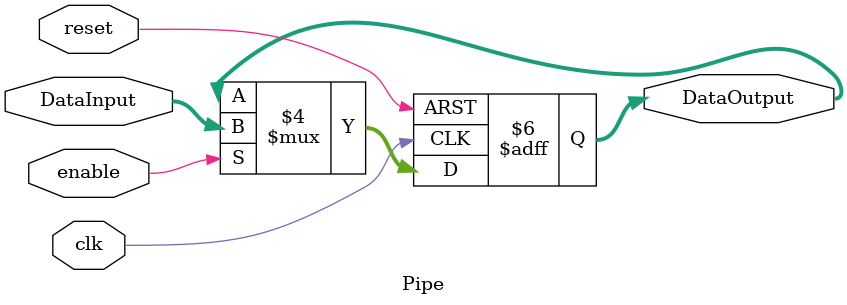
<source format=v>
/******************************************************************
* Description
*	This is a register of 32-bit that corresponds to the PC counter. 
*	This register does not have an enable signal.
* Version:
*	1.0
* Author:
*	Ing: Moreno Kevin and Dong Jorge
* email:
* Date:
*	21/04/2020
******************************************************************/

module Pipe
#(
	parameter N=32
)
(
	input clk,
	input reset,
	input enable,
	input  [N-1:0] DataInput,
	
	
	output reg [N-1:0] DataOutput
);

always@(negedge reset or negedge clk) begin
	if(reset==0)
		DataOutput <= 0;
	else if (enable==1)
		DataOutput<=DataInput;
end

endmodule
//pcreg//
</source>
